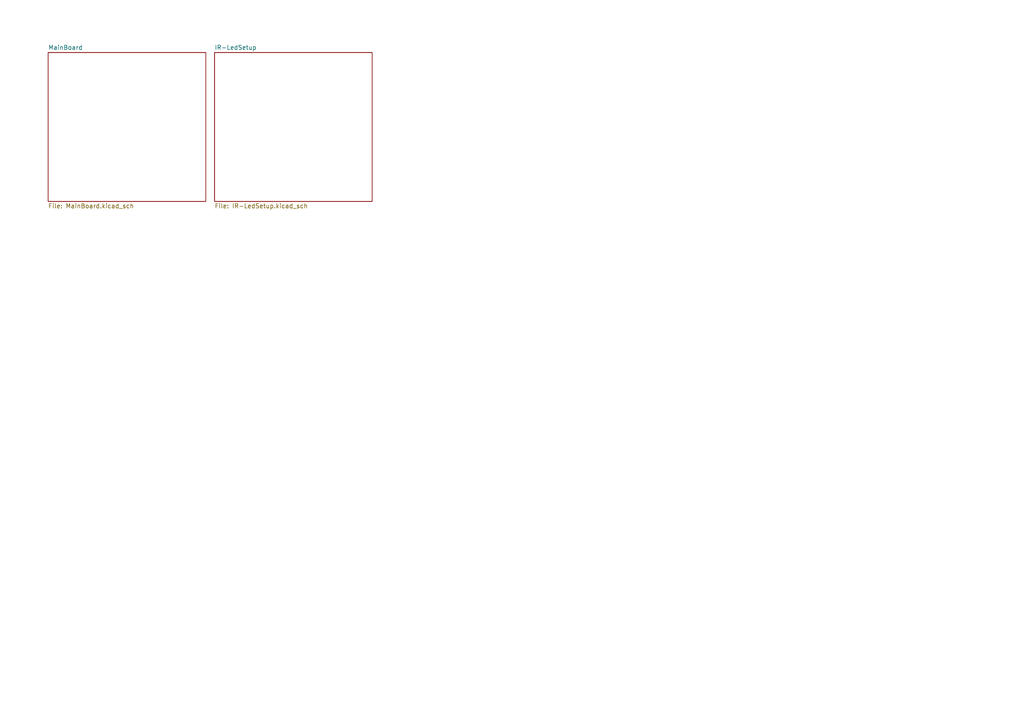
<source format=kicad_sch>
(kicad_sch
	(version 20250114)
	(generator "eeschema")
	(generator_version "9.0")
	(uuid "46563032-f0f5-44cd-9207-962e2cbfd880")
	(paper "A4")
	(lib_symbols)
	(sheet
		(at 62.23 15.24)
		(size 45.72 43.18)
		(exclude_from_sim no)
		(in_bom yes)
		(on_board yes)
		(dnp no)
		(fields_autoplaced yes)
		(stroke
			(width 0.1524)
			(type solid)
		)
		(fill
			(color 0 0 0 0.0000)
		)
		(uuid "1d3176d2-7fe3-44ac-930d-1a95f4c8441b")
		(property "Sheetname" "IR-LedSetup"
			(at 62.23 14.5284 0)
			(effects
				(font
					(size 1.27 1.27)
				)
				(justify left bottom)
			)
		)
		(property "Sheetfile" "IR-LedSetup.kicad_sch"
			(at 62.23 59.0046 0)
			(effects
				(font
					(size 1.27 1.27)
				)
				(justify left top)
			)
		)
		(instances
			(project "Night-Gogle"
				(path "/46563032-f0f5-44cd-9207-962e2cbfd880"
					(page "3")
				)
			)
		)
	)
	(sheet
		(at 13.97 15.24)
		(size 45.72 43.18)
		(exclude_from_sim no)
		(in_bom yes)
		(on_board yes)
		(dnp no)
		(fields_autoplaced yes)
		(stroke
			(width 0.1524)
			(type solid)
		)
		(fill
			(color 0 0 0 0.0000)
		)
		(uuid "d9bf5b03-4189-47e5-8471-d01fac61f3a8")
		(property "Sheetname" "MainBoard"
			(at 13.97 14.5284 0)
			(effects
				(font
					(size 1.27 1.27)
				)
				(justify left bottom)
			)
		)
		(property "Sheetfile" "MainBoard.kicad_sch"
			(at 13.97 59.0046 0)
			(effects
				(font
					(size 1.27 1.27)
				)
				(justify left top)
			)
		)
		(instances
			(project "Night-Gogle"
				(path "/46563032-f0f5-44cd-9207-962e2cbfd880"
					(page "2")
				)
			)
		)
	)
	(sheet_instances
		(path "/"
			(page "1")
		)
	)
	(embedded_fonts no)
)

</source>
